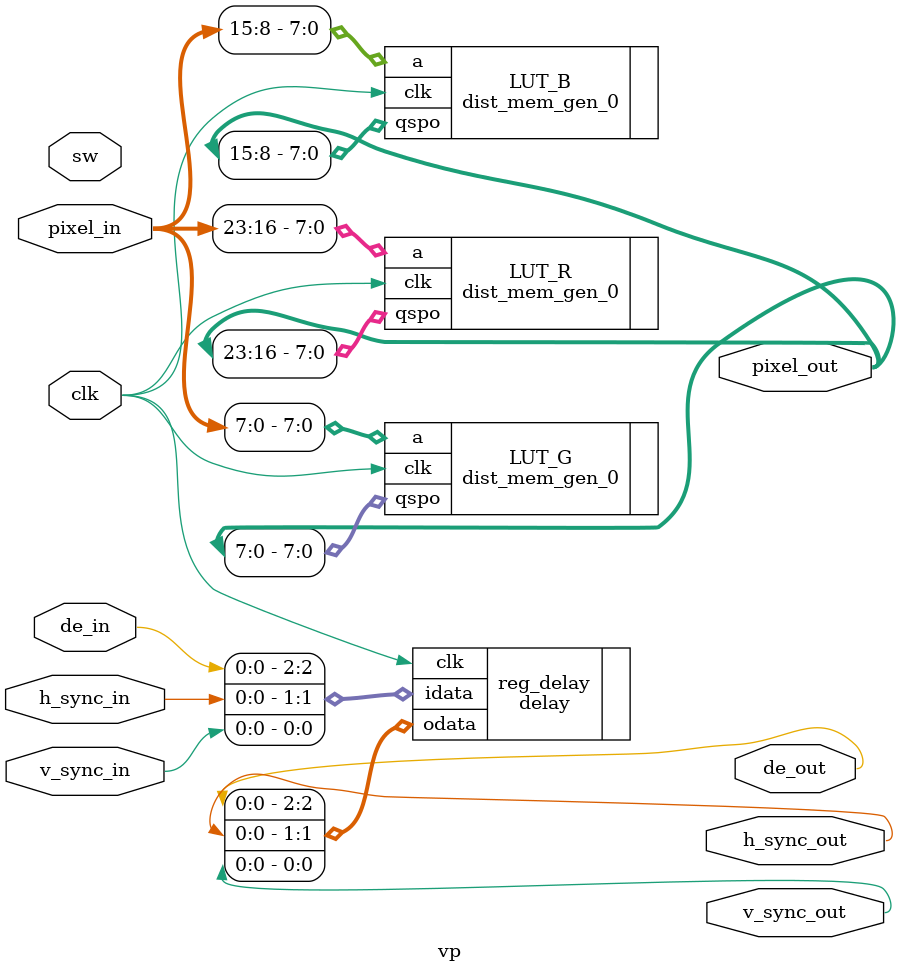
<source format=v>
`timescale 1ns / 1ps


module vp(
    input clk,
    input de_in,
    input h_sync_in,
    input v_sync_in,
    input [23:0] pixel_in,
    input [2:0]sw,
    
    output de_out,
    output h_sync_out,
    output v_sync_out,
    output [23:0] pixel_out
    );
    /*
    assign de_out = de_in;
    assign h_sync_out = h_sync_in;
    assign v_sync_out = v_sync_in;
    assign pixel_out = pixel_in;
    */
    
    
    dist_mem_gen_0 LUT_R
    (
        .clk(clk),
        .a(pixel_in[23:16]),
        .qspo(pixel_out[23:16])
    );
    
    dist_mem_gen_0 LUT_G
    (
        .clk(clk),
        .a(pixel_in[7:0]),
        .qspo(pixel_out[7:0])
    );
    
    dist_mem_gen_0 LUT_B
    (
        .clk(clk),
        .a(pixel_in[15:8]),
        .qspo(pixel_out[15:8])
    );
    
    delay #
    (
        .N(3),
        .DELAY(1)
    )
    reg_delay
    (
        .clk(clk),
        .idata({de_in, h_sync_in, v_sync_in}),
        .odata({de_out, h_sync_out, v_sync_out})
    );
    
endmodule

</source>
